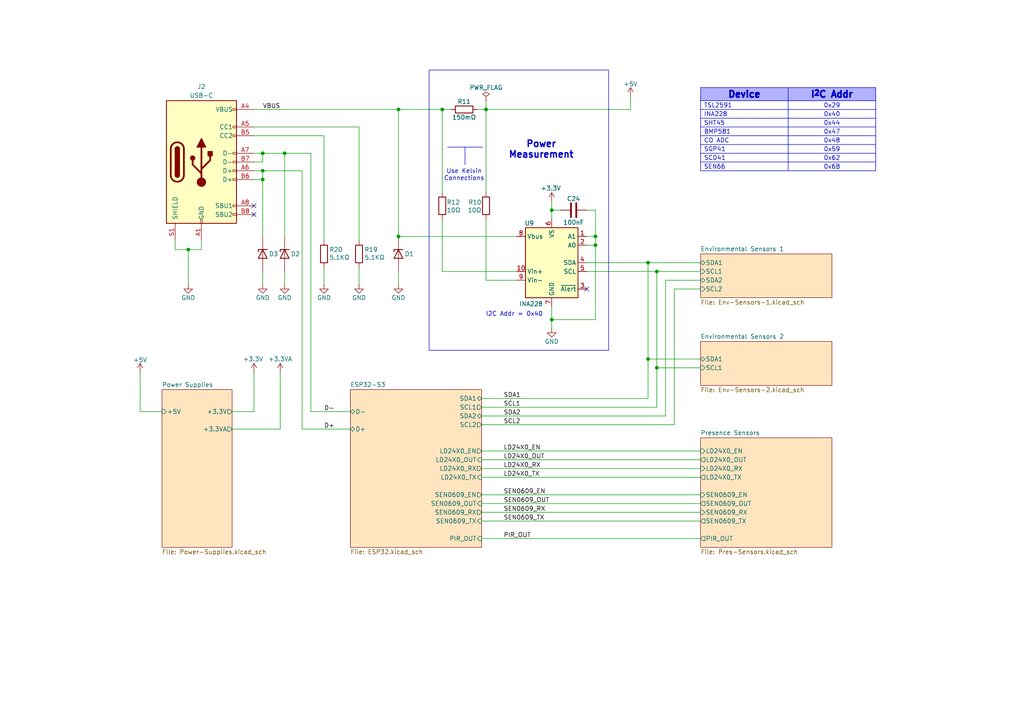
<source format=kicad_sch>
(kicad_sch (version 20250114) (generator "eeschema") (generator_version "9.0")
  (paper "A4")
  (title_block (title "ESPHome Parking Assistant") (date "2025-04-18") (rev "A") (company "Mike Lawrence"))
  (lib_symbols
    (symbol "Connector:USB_C_Receptacle_USB2.0_16P" (pin_names (offset 1.016))
      (property "Reference" "J1" (at 0 21.844 0))
      (property "Value" "TYPE-C-31-M-12" (at 0 19.304 0))
      (symbol "USB_C_Receptacle_USB2.0_16P_0_0"
        (rectangle (start -0.254 -17.78) (end 0.254 -16.764))
        (rectangle (start 10.16 15.494) (end 9.144 14.986))
        (rectangle (start 10.16 10.414) (end 9.144 9.906))
        (rectangle (start 10.16 7.874) (end 9.144 7.366))
        (rectangle (start 10.16 2.794) (end 9.144 2.286))
        (rectangle (start 10.16 0.254) (end 9.144 -0.254))
        (rectangle (start 10.16 -2.286) (end 9.144 -2.794))
        (rectangle (start 10.16 -4.826) (end 9.144 -5.334))
        (rectangle (start 10.16 -12.446) (end 9.144 -12.954))
        (rectangle (start 10.16 -14.986) (end 9.144 -15.494))
      )
      (symbol "USB_C_Receptacle_USB2.0_16P_0_1"
        (rectangle (start -10.16 17.78) (end 10.16 -17.78) (stroke (width 0.254)) (fill (type background)))
        (polyline (pts (xy -8.89 -3.81) (xy -8.89 3.81)) (stroke (width 0.508)))
        (rectangle (start -7.62 -3.81) (end -6.35 3.81) (stroke (width 0.254)) (fill (type outline)))
        (arc (start -7.62 3.81) (mid -6.985 4.4423) (end -6.35 3.81) (stroke (width 0.254)))
        (arc (start -7.62 3.81) (mid -6.985 4.4423) (end -6.35 3.81) (stroke (width 0.254)) (fill (type outline)))
        (arc (start -8.89 3.81) (mid -6.985 5.7067) (end -5.08 3.81) (stroke (width 0.508)))
        (arc (start -5.08 -3.81) (mid -6.985 -5.7067) (end -8.89 -3.81) (stroke (width 0.508)))
        (arc (start -6.35 -3.81) (mid -6.985 -4.4423) (end -7.62 -3.81) (stroke (width 0.254)))
        (arc (start -6.35 -3.81) (mid -6.985 -4.4423) (end -7.62 -3.81) (stroke (width 0.254)) (fill (type outline)))
        (polyline (pts (xy -5.08 3.81) (xy -5.08 -3.81)) (stroke (width 0.508)))
        (circle (center -2.54 1.143) (radius 0.635) (stroke (width 0.254)) (fill (type outline)))
        (polyline (pts (xy -1.27 4.318) (xy 0 6.858) (xy 1.27 4.318) (xy -1.27 4.318)) (stroke (width 0.254)) (fill (type outline)))
        (polyline (pts (xy 0 -2.032) (xy 2.54 0.508) (xy 2.54 1.778)) (stroke (width 0.508)))
        (polyline (pts (xy 0 -3.302) (xy -2.54 -0.762) (xy -2.54 0.508)) (stroke (width 0.508)))
        (polyline (pts (xy 0 -5.842) (xy 0 4.318)) (stroke (width 0.508)))
        (circle (center 0 -5.842) (radius 1.27) (fill (type outline)))
        (rectangle (start 1.905 1.778) (end 3.175 3.048) (stroke (width 0.254)) (fill (type outline)))
      )
      (symbol "USB_C_Receptacle_USB2.0_16P_1_1"
        (pin passive line (at -7.62 -22.86 90) (length 5.08) (name "SHIELD") (number "S1"))
        (pin power_out line (at 0 -22.86 90) (length 5.08) (name "GND") (number "A1"))
        (pin passive line (at 0 -22.86 90) (length 5.08) (hide yes) (name "GND") (number "A12"))
        (pin passive line (at 0 -22.86 90) (length 5.08) (hide yes) (name "GND") (number "B1"))
        (pin passive line (at 0 -22.86 90) (length 5.08) (hide yes) (name "GND") (number "B12"))
        (pin power_out line (at 15.24 15.24 180) (length 5.08) (name "VBUS") (number "A4"))
        (pin passive line (at 15.24 15.24 180) (length 5.08) (hide yes) (name "VBUS") (number "A9"))
        (pin passive line (at 15.24 15.24 180) (length 5.08) (hide yes) (name "VBUS") (number "B4"))
        (pin passive line (at 15.24 15.24 180) (length 5.08) (hide yes) (name "VBUS") (number "B9"))
        (pin bidirectional line (at 15.24 10.16 180) (length 5.08) (name "CC1") (number "A5"))
        (pin bidirectional line (at 15.24 7.62 180) (length 5.08) (name "CC2") (number "B5"))
        (pin bidirectional line (at 15.24 2.54 180) (length 5.08) (name "D-") (number "A7"))
        (pin bidirectional line (at 15.24 0 180) (length 5.08) (name "D-") (number "B7"))
        (pin bidirectional line (at 15.24 -2.54 180) (length 5.08) (name "D+") (number "A6"))
        (pin bidirectional line (at 15.24 -5.08 180) (length 5.08) (name "D+") (number "B6"))
        (pin bidirectional line (at 15.24 -12.7 180) (length 5.08) (name "SBU1") (number "A8"))
        (pin bidirectional line (at 15.24 -15.24 180) (length 5.08) (name "SBU2") (number "B8"))
      )
    )
    (symbol "Device:C" (pin_numbers (hide yes)) (pin_names (offset 0.254))
      (property "Reference" "C" (at 0.635 2.54 0))
      (property "Value" "C" (at 0.635 -2.54 0))
      (symbol "C_0_1"
        (polyline (pts (xy -2.032 0.762) (xy 2.032 0.762)) (stroke (width 0.508)))
        (polyline (pts (xy -2.032 -0.762) (xy 2.032 -0.762)) (stroke (width 0.508)))
      )
      (symbol "C_1_1"
        (pin passive line (at 0 3.81 270) (length 2.794) (name "~") (number "1"))
        (pin passive line (at 0 -3.81 90) (length 2.794) (name "~") (number "2"))
      )
    )
    (symbol "Device:R" (pin_numbers (hide yes)) (pin_names (offset 0))
      (property "Reference" "R" (at 2.032 0 90))
      (property "Value" "R" (at 0 0 90))
      (symbol "R_0_1"
        (rectangle (start -1.016 -2.54) (end 1.016 2.54) (stroke (width 0.254)))
      )
      (symbol "R_1_1"
        (pin passive line (at 0 3.81 270) (length 1.27) (name "~") (number "1"))
        (pin passive line (at 0 -3.81 90) (length 1.27) (name "~") (number "2"))
      )
    )
    (symbol "ESDA25P35-1U1M:ESDA25P35-1U1M" (pin_numbers (hide yes)) (pin_names (offset 1.016))
      (property "Reference" "D" (at -5.0835 2.4159 0))
      (property "Value" "ESDA25P35-1U1M" (at -5.0854 -4.9611 0))
      (symbol "ESDA25P35-1U1M_0_0"
        (polyline (pts (xy -1.27 0) (xy -1.27 1.27)) (stroke (width 0.254)))
        (polyline (pts (xy -1.27 0) (xy 1.27 -1.27)) (stroke (width 0.254)))
        (polyline (pts (xy -1.27 -1.27) (xy -1.27 0)) (stroke (width 0.254)))
        (polyline (pts (xy -0.635 -1.27) (xy -1.27 -1.27)) (stroke (width 0.254)))
        (polyline (pts (xy 1.27 1.27) (xy -1.27 0)) (stroke (width 0.254)))
        (polyline (pts (xy 1.27 -1.27) (xy 1.27 1.27)) (stroke (width 0.254)))
        (pin passive line (at -5.08 0 0) (length 5.08) (name "~") (number "C"))
        (pin passive line (at 5.08 0 180) (length 5.08) (name "~") (number "A"))
      )
    )
    (symbol "ESDA25P35-1U1M_1" (pin_numbers (hide yes)) (pin_names (offset 1.016))
      (property "Reference" "D" (at -5.0835 2.4159 0))
      (property "Value" "ESDA25P35-1U1M" (at -5.0854 -4.9611 0))
      (symbol "ESDA25P35-1U1M_1_0_0"
        (polyline (pts (xy -1.27 0) (xy -1.27 1.27)) (stroke (width 0.254)))
        (polyline (pts (xy -1.27 0) (xy 1.27 -1.27)) (stroke (width 0.254)))
        (polyline (pts (xy -1.27 -1.27) (xy -1.27 0)) (stroke (width 0.254)))
        (polyline (pts (xy -0.635 -1.27) (xy -1.27 -1.27)) (stroke (width 0.254)))
        (polyline (pts (xy 1.27 1.27) (xy -1.27 0)) (stroke (width 0.254)))
        (polyline (pts (xy 1.27 -1.27) (xy 1.27 1.27)) (stroke (width 0.254)))
        (pin passive line (at -5.08 0 0) (length 5.08) (name "~") (number "C"))
        (pin passive line (at 5.08 0 180) (length 5.08) (name "~") (number "A"))
      )
    )
    (symbol "ESDA25P35-1U1M_2" (pin_numbers (hide yes)) (pin_names (offset 1.016))
      (property "Reference" "D" (at -5.0835 2.4159 0))
      (property "Value" "ESDA25P35-1U1M" (at -5.0854 -4.9611 0))
      (symbol "ESDA25P35-1U1M_2_0_0"
        (polyline (pts (xy -1.27 0) (xy -1.27 1.27)) (stroke (width 0.254)))
        (polyline (pts (xy -1.27 0) (xy 1.27 -1.27)) (stroke (width 0.254)))
        (polyline (pts (xy -1.27 -1.27) (xy -1.27 0)) (stroke (width 0.254)))
        (polyline (pts (xy -0.635 -1.27) (xy -1.27 -1.27)) (stroke (width 0.254)))
        (polyline (pts (xy 1.27 1.27) (xy -1.27 0)) (stroke (width 0.254)))
        (polyline (pts (xy 1.27 -1.27) (xy 1.27 1.27)) (stroke (width 0.254)))
        (pin passive line (at -5.08 0 0) (length 5.08) (name "~") (number "C"))
        (pin passive line (at 5.08 0 180) (length 5.08) (name "~") (number "A"))
      )
    )
    (symbol "Sensor_Energy:INA228"
      (property "Reference" "U" (at -6.35 11.43 0))
      (property "Value" "INA228" (at 3.81 11.43 0))
      (symbol "INA228_0_1"
        (rectangle (start 7.62 10.16) (end -7.62 -10.16) (stroke (width 0.254)) (fill (type background)))
      )
      (symbol "INA228_1_1"
        (pin input line (at -10.16 7.62 0) (length 2.54) (name "Vbus") (number "8"))
        (pin input line (at -10.16 -2.54 0) (length 2.54) (name "Vin+") (number "10"))
        (pin input line (at -10.16 -5.08 0) (length 2.54) (name "Vin-") (number "9"))
        (pin power_in line (at 0 12.7 270) (length 2.54) (name "VS") (number "6"))
        (pin power_in line (at 0 -12.7 90) (length 2.54) (name "GND") (number "7"))
        (pin input line (at 10.16 7.62 180) (length 2.54) (name "A1") (number "1"))
        (pin input line (at 10.16 5.08 180) (length 2.54) (name "A0") (number "2"))
        (pin bidirectional line (at 10.16 0 180) (length 2.54) (name "SDA") (number "4"))
        (pin input line (at 10.16 -2.54 180) (length 2.54) (name "SCL") (number "5"))
        (pin open_collector line (at 10.16 -7.62 180) (length 2.54) (name "~{Alert}") (number "3"))
      )
    )
    (symbol "power:+3.3V" (power) (pin_numbers (hide yes)) (pin_names (offset 0) (hide yes))
      (property "Value" "+3.3V" (at 0 3.556 0))
      (symbol "+3.3V_0_1"
        (polyline (pts (xy -0.762 1.27) (xy 0 2.54)))
        (polyline (pts (xy 0 2.54) (xy 0.762 1.27)))
        (polyline (pts (xy 0 0) (xy 0 2.54)))
      )
      (symbol "+3.3V_1_1"
        (pin power_in line (at 0 0 90) (length 0) (name "~") (number "1"))
      )
    )
    (symbol "power:+3.3VA" (power) (pin_numbers (hide yes)) (pin_names (offset 0) (hide yes))
      (property "Value" "+3.3VA" (at 0 3.556 0))
      (symbol "+3.3VA_0_1"
        (polyline (pts (xy -0.762 1.27) (xy 0 2.54)))
        (polyline (pts (xy 0 2.54) (xy 0.762 1.27)))
        (polyline (pts (xy 0 0) (xy 0 2.54)))
      )
      (symbol "+3.3VA_1_1"
        (pin power_in line (at 0 0 90) (length 0) (name "~") (number "1"))
      )
    )
    (symbol "power:GND" (power) (pin_numbers (hide yes)) (pin_names (offset 0) (hide yes))
      (property "Value" "GND" (at 0 -3.81 0))
      (symbol "GND_0_1"
        (polyline (pts (xy 0 0) (xy 0 -1.27) (xy 1.27 -1.27) (xy 0 -2.54) (xy -1.27 -1.27) (xy 0 -1.27)))
      )
      (symbol "GND_1_1"
        (pin power_in line (at 0 0 270) (length 0) (name "~") (number "1"))
      )
    )
    (symbol "power:PWR_FLAG" (power) (pin_numbers (hide yes)) (pin_names (offset 0) (hide yes))
      (property "Value" "PWR_FLAG" (at 0 3.81 0))
      (symbol "PWR_FLAG_0_0"
        (pin power_out line (at 0 0 90) (length 0) (name "~") (number "1"))
      )
      (symbol "PWR_FLAG_0_1"
        (polyline (pts (xy 0 0) (xy 0 1.27) (xy -1.016 1.905) (xy 0 2.54) (xy 1.016 1.905) (xy 0 1.27)))
      )
    )
    (symbol "power:VBUS" (power) (pin_numbers (hide yes)) (pin_names (offset 0) (hide yes))
      (property "Value" "VBUS" (at 0 3.556 0))
      (symbol "VBUS_0_1"
        (polyline (pts (xy -0.762 1.27) (xy 0 2.54)))
        (polyline (pts (xy 0 2.54) (xy 0.762 1.27)))
        (polyline (pts (xy 0 0) (xy 0 2.54)))
      )
      (symbol "VBUS_1_1"
        (pin power_in line (at 0 0 90) (length 0) (name "~") (number "1"))
      )
    )
  )
  (rectangle (start 124.46 20.32) (end 176.53 101.6))
  (text "I2C Addr = 0x40" (at 157.48 91.186 0) (effects (font (size 1.27 1.27) (thickness 0.1588)) (justify right)))
  (text "Power\nMeasurement" (at 156.972 43.434 0) (effects (font (size 1.905 1.905) (thickness 0.381) (bold yes))))
  (text "Use Kelvin\nConnections" (at 134.62 50.8 0) (effects (font (size 1.27 1.27))))
  (junction (at 190.5 106.68))
  (junction (at 82.55 44.45))
  (junction (at 76.2 44.45))
  (junction (at 160.02 60.96))
  (junction (at 115.57 31.75))
  (junction (at 140.97 31.75))
  (junction (at 128.27 31.75))
  (junction (at 115.57 68.58))
  (junction (at 190.5 78.74))
  (junction (at 187.96 76.2))
  (junction (at 160.02 92.71))
  (junction (at 172.72 68.58))
  (junction (at 76.2 52.07))
  (junction (at 172.72 71.12))
  (junction (at 187.96 104.14))
  (junction (at 76.2 49.53))
  (junction (at 54.61 72.39))
  (no_connect (at 73.66 59.69))
  (no_connect (at 170.18 83.82))
  (no_connect (at 73.66 62.23))
  (wire (pts (xy 67.31 124.46) (xy 81.28 124.46)))
  (wire (pts (xy 187.96 104.14) (xy 203.2 104.14)))
  (wire (pts (xy 54.61 72.39) (xy 54.61 82.55)))
  (wire (pts (xy 76.2 78.74) (xy 76.2 82.55)))
  (wire (pts (xy 76.2 49.53) (xy 76.2 52.07)))
  (wire (pts (xy 140.97 81.28) (xy 140.97 63.5)))
  (wire (pts (xy 160.02 60.96) (xy 160.02 63.5)))
  (wire (pts (xy 73.66 119.38) (xy 73.66 107.95)))
  (wire (pts (xy 203.2 83.82) (xy 195.58 83.82)))
  (wire (pts (xy 73.66 44.45) (xy 76.2 44.45)))
  (wire (pts (xy 128.27 55.88) (xy 128.27 31.75)))
  (wire (pts (xy 104.14 36.83) (xy 73.66 36.83)))
  (wire (pts (xy 187.96 76.2) (xy 187.96 104.14)))
  (wire (pts (xy 104.14 77.47) (xy 104.14 82.55)))
  (wire (pts (xy 172.72 60.96) (xy 172.72 68.58)))
  (wire (pts (xy 172.72 92.71) (xy 172.72 71.12)))
  (wire (pts (xy 76.2 44.45) (xy 76.2 46.99)))
  (wire (pts (xy 203.2 81.28) (xy 193.04 81.28)))
  (wire (pts (xy 115.57 31.75) (xy 128.27 31.75)))
  (wire (pts (xy 101.6 119.38) (xy 90.17 119.38)))
  (wire (pts (xy 170.18 76.2) (xy 187.96 76.2)))
  (wire (pts (xy 139.7 143.51) (xy 203.2 143.51)))
  (wire (pts (xy 170.18 68.58) (xy 172.72 68.58)))
  (wire (pts (xy 82.55 44.45) (xy 90.17 44.45)))
  (polyline (pts (xy 129.794 42.672) (xy 134.874 42.672)))
  (wire (pts (xy 190.5 106.68) (xy 203.2 106.68)))
  (wire (pts (xy 139.7 148.59) (xy 203.2 148.59)))
  (wire (pts (xy 54.61 72.39) (xy 58.42 72.39)))
  (wire (pts (xy 160.02 58.42) (xy 160.02 60.96)))
  (polyline (pts (xy 134.874 47.752) (xy 134.874 42.672)))
  (wire (pts (xy 160.02 92.71) (xy 160.02 95.25)))
  (wire (pts (xy 93.98 39.37) (xy 73.66 39.37)))
  (wire (pts (xy 149.86 78.74) (xy 128.27 78.74)))
  (wire (pts (xy 193.04 81.28) (xy 193.04 120.65)))
  (wire (pts (xy 140.97 55.88) (xy 140.97 31.75)))
  (wire (pts (xy 76.2 49.53) (xy 87.63 49.53)))
  (wire (pts (xy 139.7 130.81) (xy 203.2 130.81)))
  (wire (pts (xy 160.02 92.71) (xy 172.72 92.71)))
  (wire (pts (xy 93.98 39.37) (xy 93.98 69.85)))
  (wire (pts (xy 139.7 120.65) (xy 193.04 120.65)))
  (wire (pts (xy 90.17 44.45) (xy 90.17 119.38)))
  (wire (pts (xy 139.7 146.05) (xy 203.2 146.05)))
  (wire (pts (xy 101.6 124.46) (xy 87.63 124.46)))
  (wire (pts (xy 115.57 31.75) (xy 115.57 68.58)))
  (wire (pts (xy 73.66 49.53) (xy 76.2 49.53)))
  (wire (pts (xy 140.97 31.75) (xy 182.88 31.75)))
  (wire (pts (xy 46.99 119.38) (xy 40.64 119.38)))
  (wire (pts (xy 182.88 27.94) (xy 182.88 31.75)))
  (polyline (pts (xy 134.874 42.672) (xy 139.954 42.672)))
  (wire (pts (xy 190.5 106.68) (xy 190.5 118.11)))
  (wire (pts (xy 139.7 123.19) (xy 195.58 123.19)))
  (wire (pts (xy 128.27 78.74) (xy 128.27 63.5)))
  (wire (pts (xy 76.2 52.07) (xy 76.2 68.58)))
  (wire (pts (xy 115.57 68.58) (xy 149.86 68.58)))
  (wire (pts (xy 140.97 29.21) (xy 140.97 31.75)))
  (wire (pts (xy 82.55 68.58) (xy 82.55 44.45)))
  (wire (pts (xy 139.7 156.21) (xy 203.2 156.21)))
  (wire (pts (xy 81.28 107.95) (xy 81.28 124.46)))
  (wire (pts (xy 160.02 88.9) (xy 160.02 92.71)))
  (wire (pts (xy 115.57 78.74) (xy 115.57 82.55)))
  (wire (pts (xy 50.8 72.39) (xy 54.61 72.39)))
  (wire (pts (xy 73.66 52.07) (xy 76.2 52.07)))
  (wire (pts (xy 170.18 71.12) (xy 172.72 71.12)))
  (wire (pts (xy 195.58 83.82) (xy 195.58 123.19)))
  (wire (pts (xy 93.98 77.47) (xy 93.98 82.55)))
  (wire (pts (xy 87.63 124.46) (xy 87.63 49.53)))
  (wire (pts (xy 139.7 135.89) (xy 203.2 135.89)))
  (wire (pts (xy 190.5 78.74) (xy 203.2 78.74)))
  (wire (pts (xy 73.66 31.75) (xy 115.57 31.75)))
  (wire (pts (xy 128.27 31.75) (xy 130.81 31.75)))
  (wire (pts (xy 149.86 81.28) (xy 140.97 81.28)))
  (wire (pts (xy 73.66 46.99) (xy 76.2 46.99)))
  (wire (pts (xy 172.72 68.58) (xy 172.72 71.12)))
  (wire (pts (xy 170.18 78.74) (xy 190.5 78.74)))
  (wire (pts (xy 58.42 69.85) (xy 58.42 72.39)))
  (wire (pts (xy 170.18 60.96) (xy 172.72 60.96)))
  (wire (pts (xy 190.5 78.74) (xy 190.5 106.68)))
  (wire (pts (xy 139.7 133.35) (xy 203.2 133.35)))
  (wire (pts (xy 162.56 60.96) (xy 160.02 60.96)))
  (wire (pts (xy 50.8 69.85) (xy 50.8 72.39)))
  (wire (pts (xy 187.96 76.2) (xy 203.2 76.2)))
  (wire (pts (xy 104.14 36.83) (xy 104.14 69.85)))
  (wire (pts (xy 82.55 44.45) (xy 76.2 44.45)))
  (wire (pts (xy 67.31 119.38) (xy 73.66 119.38)))
  (wire (pts (xy 139.7 138.43) (xy 203.2 138.43)))
  (wire (pts (xy 139.7 118.11) (xy 190.5 118.11)))
  (wire (pts (xy 139.7 151.13) (xy 203.2 151.13)))
  (wire (pts (xy 138.43 31.75) (xy 140.97 31.75)))
  (wire (pts (xy 187.96 104.14) (xy 187.96 115.57)))
  (wire (pts (xy 82.55 78.74) (xy 82.55 82.55)))
  (wire (pts (xy 40.64 107.95) (xy 40.64 119.38)))
  (wire (pts (xy 139.7 115.57) (xy 187.96 115.57)))
  (table (column_count 2) (border (external yes) (header yes) (stroke (width 0.508))) (separators (rows yes) (cols yes) (stroke (width 0.254))) (column_widths 25.4 25.4) (row_heights 3.81 2.54 2.54 2.54 2.54 2.54 2.54 2.54 2.54) (cells (table_cell "Device" (at 203.2 25.4 0) (size 25.4 3.81) (margins 0.9525 0.9525 0.9525 0.9525) (span 1 1) (fill (type color) (color 0 0 255 0.3019607843))) (table_cell "I^{2}C Addr" (at 228.6 25.4 0) (size 25.4 3.81) (margins 0.9525 0.9525 0.9525 0.9525) (span 1 1) (fill (type color) (color 0 0 255 0.3019607843))) (table_cell "TSL2591" (at 203.2 29.21 0) (size 25.4 2.54) (margins 0.9525 0.9525 0.9525 0.9525) (span 1 1)) (table_cell "0x29" (at 228.6 29.21 0) (size 25.4 2.54) (margins 0.9525 0.9525 0.9525 0.9525) (span 1 1)) (table_cell "INA228" (at 203.2 31.75 0) (size 25.4 2.54) (margins 0.9525 0.9525 0.9525 0.9525) (span 1 1)) (table_cell "0x40" (at 228.6 31.75 0) (size 25.4 2.54) (margins 0.9525 0.9525 0.9525 0.9525) (span 1 1)) (table_cell "SHT45" (at 203.2 34.29 0) (size 25.4 2.54) (margins 0.9525 0.9525 0.9525 0.9525) (span 1 1)) (table_cell "0x44" (at 228.6 34.29 0) (size 25.4 2.54) (margins 0.9525 0.9525 0.9525 0.9525) (span 1 1)) (table_cell "BMP581" (at 203.2 36.83 0) (size 25.4 2.54) (margins 0.9525 0.9525 0.9525 0.9525) (span 1 1)) (table_cell "0x47" (at 228.6 36.83 0) (size 25.4 2.54) (margins 0.9525 0.9525 0.9525 0.9525) (span 1 1)) (table_cell "CO ADC" (at 203.2 39.37 0) (size 25.4 2.54) (margins 0.9525 0.9525 0.9525 0.9525) (span 1 1)) (table_cell "0x48" (at 228.6 39.37 0) (size 25.4 2.54) (margins 0.9525 0.9525 0.9525 0.9525) (span 1 1)) (table_cell "SGP41" (at 203.2 41.91 0) (size 25.4 2.54) (margins 0.9525 0.9525 0.9525 0.9525) (span 1 1)) (table_cell "0x59" (at 228.6 41.91 0) (size 25.4 2.54) (margins 0.9525 0.9525 0.9525 0.9525) (span 1 1)) (table_cell "SCD41" (at 203.2 44.45 0) (size 25.4 2.54) (margins 0.9525 0.9525 0.9525 0.9525) (span 1 1)) (table_cell "0x62" (at 228.6 44.45 0) (size 25.4 2.54) (margins 0.9525 0.9525 0.9525 0.9525) (span 1 1)) (table_cell "SEN66" (at 203.2 46.99 0) (size 25.4 2.54) (margins 0.9525 0.9525 0.9525 0.9525) (span 1 1)) (table_cell "0x6B" (at 228.6 46.99 0) (size 25.4 2.54) (margins 0.9525 0.9525 0.9525 0.9525) (span 1 1))))
  (label "SEN0609_EN" (at 146.05 143.51 0))
  (label "SDA2" (at 146.05 120.65 0))
  (label "LD24X0_OUT" (at 146.05 133.35 0))
  (label "VBUS" (at 76.2 31.75 0))
  (label "LD24X0_TX" (at 146.05 138.43 0))
  (label "SCL1" (at 146.05 118.11 0))
  (label "SEN0609_RX" (at 146.05 148.59 0))
  (label "D+" (at 93.98 124.46 0))
  (label "LD24X0_EN" (at 146.05 130.81 0))
  (label "SDA1" (at 146.05 115.57 0))
  (label "SCL2" (at 146.05 123.19 0))
  (label "LD24X0_RX" (at 146.05 135.89 0))
  (label "PIR_OUT" (at 146.05 156.21 0))
  (label "D-" (at 93.98 119.38 0))
  (label "SEN0609_TX" (at 146.05 151.13 0))
  (label "SEN0609_OUT" (at 146.05 146.05 0))
  (symbol (lib_id "power:VBUS") (at 182.88 27.94 0) (unit 1)
    (property "Reference" "#PWR01" (effects (hide yes)))
    (property "Value" "+5V" (at 182.88 24.384 0))
    (property "Description" "Power symbol creates a global label with name \"VBUS\"" (effects (hide yes)))
  )
  (symbol (lib_id "Device:R") (at 128.27 59.69 0) (unit 1)
    (property "Reference" "R12" (at 129.54 58.674 0) (effects (justify left)))
    (property "Value" "10Ω" (at 129.54 60.96 0) (effects (justify left)))
    (property "Footprint" "Resistor_SMD:R_0402_1005Metric" (effects (hide yes)))
    (property "Description" "Resistor, 10Ω, 62.5mW, 1%, 0402" (effects (hide yes)))
    (property "Manufacturer" "Vishay / Dale" (effects (hide yes)))
    (property "Part Number" "CRCW040210R0FKEE" (effects (hide yes)))
  )
  (symbol (lib_id "Device:R") (at 93.98 73.66 0) (unit 1)
    (property "Reference" "R20" (at 95.504 72.39 0) (effects (justify left)))
    (property "Value" "5.1KΩ" (at 95.504 74.676 0) (effects (justify left)))
    (property "Footprint" "Resistor_SMD:R_0402_1005Metric" (effects (hide yes)))
    (property "Description" "Resistor, 5.1KΩ, 62.5mW, 1%, 0402" (effects (hide yes)))
    (property "Manufacturer" "Vishay / Dale" (effects (hide yes)))
    (property "Part Number" "CRCW04025K10FKED" (effects (hide yes)))
  )
  (symbol (lib_id "power:GND") (at 115.57 82.55 0) (unit 1)
    (property "Reference" "#PWR08" (effects (hide yes)))
    (property "Value" "GND" (at 115.57 86.36 0))
    (property "Description" "Power symbol creates a global label with name \"GND\" , ground" (effects (hide yes)))
  )
  (symbol (lib_id "Device:R") (at 140.97 59.69 0) (mirror y) (unit 1)
    (property "Reference" "R10" (at 139.7 58.674 0) (effects (justify left)))
    (property "Value" "10Ω" (at 139.7 60.96 0) (effects (justify left)))
    (property "Footprint" "Resistor_SMD:R_0402_1005Metric" (effects (hide yes)))
    (property "Description" "Resistor, 10Ω, 62.5mW, 1%, 0402" (effects (hide yes)))
    (property "Manufacturer" "Vishay / Dale" (effects (hide yes)))
    (property "Part Number" "CRCW040210R0FKEE" (effects (hide yes)))
  )
  (symbol (lib_id "power:GND") (at 76.2 82.55 0) (unit 1)
    (property "Reference" "#PWR04" (effects (hide yes)))
    (property "Value" "GND" (at 76.2 86.36 0))
    (property "Description" "Power symbol creates a global label with name \"GND\" , ground" (effects (hide yes)))
  )
  (symbol (lib_id "Connector:USB_C_Receptacle_USB2.0_16P") (at 58.42 46.99 0) (unit 1)
    (property "Reference" "J2" (at 58.42 25.146 0))
    (property "Value" "USB-C" (at 58.42 27.686 0))
    (property "Footprint" "Connector_USB:USB_C_Receptacle_HRO_TYPE-C-31-M-12" (effects (hide yes)))
    (property "Datasheet" "https://www.usb.org/sites/default/files/documents/usb_type-c.zip" (effects (hide yes)))
    (property "Description" "Connector, USB 2.0, 16P, Type-C, Receptacle" (effects (hide yes)))
    (property "Manufacturer" "Phoenix Contact" (effects (hide yes)))
    (property "Part Number" "1332645" (effects (hide yes)))
  )
  (symbol (lib_id "power:+3.3V") (at 73.66 107.95 0) (unit 1)
    (property "Reference" "#PWR011" (effects (hide yes)))
    (property "Value" "+3.3V" (at 73.406 104.14 0))
    (property "Description" "Power symbol creates a global label with name \"+3.3V\"" (effects (hide yes)))
  )
  (symbol (lib_id "power:+3.3VA") (at 81.28 107.95 0) (unit 1)
    (property "Reference" "#PWR012" (effects (hide yes)))
    (property "Value" "+3.3VA" (at 81.28 104.14 0))
    (property "Description" "Power symbol creates a global label with name \"+3.3VA\"" (effects (hide yes)))
  )
  (symbol (lib_id "power:VBUS") (at 40.64 107.95 0) (unit 1)
    (property "Reference" "#PWR010" (effects (hide yes)))
    (property "Value" "+5V" (at 40.64 104.394 0))
    (property "Description" "Power symbol creates a global label with name \"VBUS\"" (effects (hide yes)))
  )
  (symbol (lib_id "Device:R") (at 104.14 73.66 0) (unit 1)
    (property "Reference" "R19" (at 105.664 72.39 0) (effects (justify left)))
    (property "Value" "5.1KΩ" (at 105.664 74.676 0) (effects (justify left)))
    (property "Footprint" "Resistor_SMD:R_0402_1005Metric" (effects (hide yes)))
    (property "Description" "Resistor, 5.1KΩ, 62.5mW, 1%, 0402" (effects (hide yes)))
    (property "Manufacturer" "Vishay / Dale" (effects (hide yes)))
    (property "Part Number" "CRCW04025K10FKED" (effects (hide yes)))
  )
  (symbol (lib_name "ESDA25P35-1U1M_1") (lib_id "ESDA25P35-1U1M:ESDA25P35-1U1M") (at 115.57 73.66 270) (unit 1)
    (property "Reference" "D1" (at 117.348 73.66 90) (effects (justify left)))
    (property "Value" "ESDA8P80-1U1M" (effects (hide yes)))
    (property "Footprint" "ESDA25P35-1U1M:TVS_ESDA25P35-1U1M" (effects (hide yes)))
    (property "Datasheet" "https://www.st.com/resource/en/datasheet/esda25p35-1u1m.pdf" (effects (hide yes)))
    (property "Description" "TVS, Unidirectional high power, QFN-2" (effects (hide yes)))
    (property "Manufacturer" "STMicroelectronics" (effects (hide yes)))
    (property "Part Number" "ESDA8P80-1U1M" (effects (hide yes)))
  )
  (symbol (lib_id "power:GND") (at 93.98 82.55 0) (unit 1)
    (property "Reference" "#PWR06" (effects (hide yes)))
    (property "Value" "GND" (at 93.98 86.36 0))
    (property "Description" "Power symbol creates a global label with name \"GND\" , ground" (effects (hide yes)))
  )
  (symbol (lib_id "power:GND") (at 104.14 82.55 0) (unit 1)
    (property "Reference" "#PWR07" (effects (hide yes)))
    (property "Value" "GND" (at 104.14 86.36 0))
    (property "Description" "Power symbol creates a global label with name \"GND\" , ground" (effects (hide yes)))
  )
  (symbol (lib_id "ESDA25P35-1U1M:ESDA25P35-1U1M") (at 76.2 73.66 270) (unit 1)
    (property "Reference" "D3" (at 77.978 73.66 90) (effects (justify left)))
    (property "Value" "ESDA8P80-1U1M" (effects (hide yes)))
    (property "Footprint" "ESDA25P35-1U1M:TVS_ESDA25P35-1U1M" (effects (hide yes)))
    (property "Datasheet" "https://www.st.com/resource/en/datasheet/esda25p35-1u1m.pdf" (effects (hide yes)))
    (property "Description" "TVS, Unidirectional high power, QFN-2" (effects (hide yes)))
    (property "Manufacturer" "STMicroelectronics" (effects (hide yes)))
    (property "Part Number" "ESDA8P80-1U1M" (effects (hide yes)))
  )
  (symbol (lib_id "power:PWR_FLAG") (at 140.97 29.21 0) (unit 1)
    (property "Reference" "#FLG01" (effects (hide yes)))
    (property "Value" "PWR_FLAG" (at 140.97 25.4 0))
    (property "Description" "Special symbol for telling ERC where power comes from" (effects (hide yes)))
  )
  (symbol (lib_id "power:+3.3V") (at 160.02 58.42 0) (unit 1)
    (property "Reference" "#PWR02" (effects (hide yes)))
    (property "Value" "+3.3V" (at 159.766 54.61 0))
    (property "Description" "Power symbol creates a global label with name \"+3.3V\"" (effects (hide yes)))
  )
  (symbol (lib_id "power:GND") (at 54.61 82.55 0) (unit 1)
    (property "Reference" "#PWR03" (effects (hide yes)))
    (property "Value" "GND" (at 54.61 86.36 0))
    (property "Description" "Power symbol creates a global label with name \"GND\" , ground" (effects (hide yes)))
  )
  (symbol (lib_id "Sensor_Energy:INA228") (at 160.02 76.2 0) (unit 1)
    (property "Reference" "U9" (at 152.146 64.77 0) (effects (justify left)))
    (property "Value" "INA228" (at 157.48 88.138 0) (effects (justify right)))
    (property "Footprint" "Package_SO:VSSOP-10_3x3mm_P0.5mm" (effects (hide yes)))
    (property "Datasheet" "https://www.ti.com/lit/ds/symlink/ina228.pdf" (effects (hide yes)))
    (property "Description" "IC, High-Side or Low-Side Measurement, Bi-Directional Current and Power Monitor (0-85V) with I2C, SMBus-, and PMBus-Compatible Interface, VSSOP-10" (effects (hide yes)))
    (property "Manufacturer" "Texas Instruments" (effects (hide yes)))
    (property "Part Number" "INA228AIDGSR" (effects (hide yes)))
  )
  (symbol (lib_id "power:GND") (at 82.55 82.55 0) (unit 1)
    (property "Reference" "#PWR05" (effects (hide yes)))
    (property "Value" "GND" (at 82.55 86.36 0))
    (property "Description" "Power symbol creates a global label with name \"GND\" , ground" (effects (hide yes)))
  )
  (symbol (lib_id "Device:C") (at 166.37 60.96 270) (mirror x) (unit 1)
    (property "Reference" "C24" (at 166.37 57.658 90))
    (property "Value" "100nF" (at 166.37 64.516 90))
    (property "Footprint" "Capacitor_SMD:C_0402_1005Metric" (effects (hide yes)))
    (property "Description" "Capacitor, 100nF, MLCC, 50V, X7R, 10%, 0402" (effects (hide yes)))
    (property "Manufacturer" "Samsung" (effects (hide yes)))
    (property "Part Number" "CL05B104KB54PNC" (effects (hide yes)))
  )
  (symbol (lib_id "Device:R") (at 134.62 31.75 90) (mirror x) (unit 1)
    (property "Reference" "R11" (at 134.62 29.464 90))
    (property "Value" "150mΩ" (at 134.62 34.036 90))
    (property "Footprint" "Resistor_SMD:R_1210_3225Metric" (effects (hide yes)))
    (property "Description" "Current Sense Resistor, 150mΩ, 500mW, 1%, 1210" (effects (hide yes)))
    (property "Manufacturer" "Panasonic" (effects (hide yes)))
    (property "Part Number" "ERJ-14BSFR15U" (effects (hide yes)))
  )
  (symbol (lib_id "power:GND") (at 160.02 95.25 0) (unit 1)
    (property "Reference" "#PWR09" (effects (hide yes)))
    (property "Value" "GND" (at 160.02 99.06 0))
    (property "Description" "Power symbol creates a global label with name \"GND\" , ground" (effects (hide yes)))
  )
  (symbol (lib_name "ESDA25P35-1U1M_2") (lib_id "ESDA25P35-1U1M:ESDA25P35-1U1M") (at 82.55 73.66 270) (unit 1)
    (property "Reference" "D2" (at 84.328 73.66 90) (effects (justify left)))
    (property "Value" "ESDA8P80-1U1M" (effects (hide yes)))
    (property "Footprint" "ESDA25P35-1U1M:TVS_ESDA25P35-1U1M" (effects (hide yes)))
    (property "Datasheet" "https://www.st.com/resource/en/datasheet/esda25p35-1u1m.pdf" (effects (hide yes)))
    (property "Description" "TVS, Unidirectional high power, QFN-2" (effects (hide yes)))
    (property "Manufacturer" "STMicroelectronics" (effects (hide yes)))
    (property "Part Number" "ESDA8P80-1U1M" (effects (hide yes)))
  )
  (sheet (at 46.99 113.03) (size 20.32 45.72) (stroke (width 0.1524)) (fill (color 255 229 191 1.0000))
    (property "Sheetname" "Power Supplies" (at 46.99 112.3184 0) (effects (justify left bottom)))
    (property "Sheetfile" "Power-Supplies.kicad_sch" (at 46.99 159.3346 0) (effects (justify left top)))
    (pin "+3.3V" output (at 67.31 119.38 0))
    (pin "+3.3VA" output (at 67.31 124.46 0))
    (pin "+5V" input (at 46.99 119.38 180))
  )
  (sheet (at 203.2 99.06) (size 38.1 12.7) (stroke (width 0.1524)) (fill (color 255 229 191 1.0000))
    (property "Sheetname" "Environmental Sensors 2" (at 203.2 98.3484 0) (effects (justify left bottom)))
    (property "Sheetfile" "Env-Sensors-2.kicad_sch" (at 203.2 112.3446 0) (effects (justify left top)))
    (pin "SCL1" input (at 203.2 106.68 180))
    (pin "SDA1" bidirectional (at 203.2 104.14 180))
  )
  (sheet (at 203.2 127) (size 38.1 31.75) (stroke (width 0.1524)) (fill (color 255 229 191 1.0000))
    (property "Sheetname" "Presence Sensors" (at 203.2 126.2884 0) (effects (justify left bottom)))
    (property "Sheetfile" "Pres-Sensors.kicad_sch" (at 203.2 159.3346 0) (effects (justify left top)))
    (pin "LD24X0_EN" input (at 203.2 130.81 180))
    (pin "LD24X0_OUT" output (at 203.2 133.35 180))
    (pin "LD24X0_RX" input (at 203.2 135.89 180))
    (pin "LD24X0_TX" output (at 203.2 138.43 180))
    (pin "SEN0609_EN" input (at 203.2 143.51 180))
    (pin "SEN0609_OUT" output (at 203.2 146.05 180))
    (pin "SEN0609_RX" input (at 203.2 148.59 180))
    (pin "SEN0609_TX" output (at 203.2 151.13 180))
    (pin "PIR_OUT" output (at 203.2 156.21 180))
  )
  (sheet (at 101.6 113.03) (size 38.1 45.72) (stroke (width 0.1524)) (fill (color 255 229 191 1.0000))
    (property "Sheetname" "ESP32-S3" (at 101.6 112.3184 0) (effects (justify left bottom)))
    (property "Sheetfile" "ESP32.kicad_sch" (at 101.6 159.3346 0) (effects (justify left top)))
    (pin "SDA1" bidirectional (at 139.7 115.57 0))
    (pin "SCL1" output (at 139.7 118.11 0))
    (pin "D-" bidirectional (at 101.6 119.38 180))
    (pin "D+" bidirectional (at 101.6 124.46 180))
    (pin "LD24X0_EN" output (at 139.7 130.81 0))
    (pin "LD24X0_OUT" input (at 139.7 133.35 0))
    (pin "LD24X0_RX" output (at 139.7 135.89 0))
    (pin "LD24X0_TX" input (at 139.7 138.43 0))
    (pin "SEN0609_EN" output (at 139.7 143.51 0))
    (pin "SEN0609_OUT" input (at 139.7 146.05 0))
    (pin "SEN0609_RX" output (at 139.7 148.59 0))
    (pin "SEN0609_TX" input (at 139.7 151.13 0))
    (pin "PIR_OUT" input (at 139.7 156.21 0))
    (pin "SCL2" output (at 139.7 123.19 0))
    (pin "SDA2" bidirectional (at 139.7 120.65 0))
  )
  (sheet (at 203.2 73.66) (size 38.1 12.7) (stroke (width 0.1524)) (fill (color 255 229 191 1.0000))
    (property "Sheetname" "Environmental Sensors 1" (at 203.2 72.9484 0) (effects (justify left bottom)))
    (property "Sheetfile" "Env-Sensors-1.kicad_sch" (at 203.2 86.9446 0) (effects (justify left top)))
    (pin "SCL1" input (at 203.2 78.74 180))
    (pin "SDA1" bidirectional (at 203.2 76.2 180))
    (pin "SCL2" input (at 203.2 83.82 180))
    (pin "SDA2" bidirectional (at 203.2 81.28 180))
  )
)
</source>
